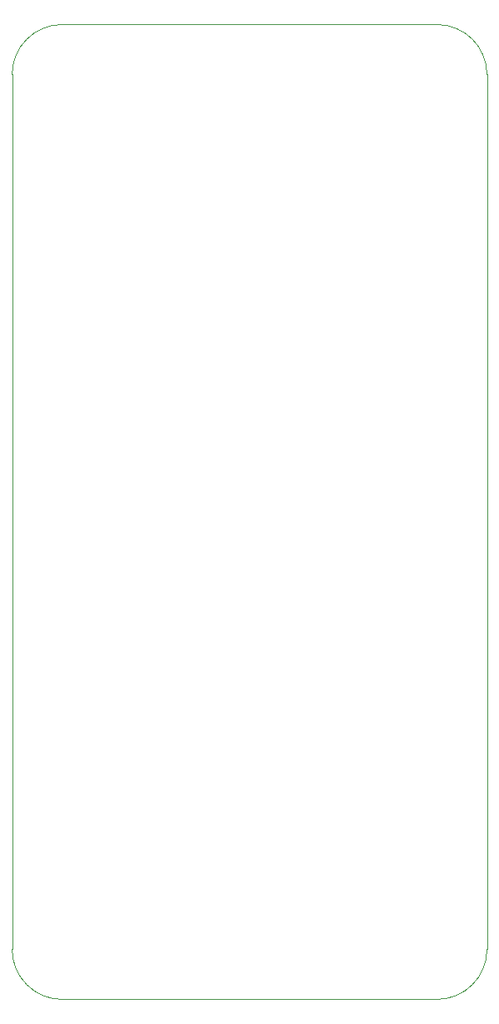
<source format=gbr>
G04 #@! TF.GenerationSoftware,KiCad,Pcbnew,5.1.6-c6e7f7d~87~ubuntu18.04.1*
G04 #@! TF.CreationDate,2020-11-08T18:53:39-05:00*
G04 #@! TF.ProjectId,modulation_source,6d6f6475-6c61-4746-996f-6e5f736f7572,0*
G04 #@! TF.SameCoordinates,Original*
G04 #@! TF.FileFunction,Profile,NP*
%FSLAX46Y46*%
G04 Gerber Fmt 4.6, Leading zero omitted, Abs format (unit mm)*
G04 Created by KiCad (PCBNEW 5.1.6-c6e7f7d~87~ubuntu18.04.1) date 2020-11-08 18:53:39*
%MOMM*%
%LPD*%
G01*
G04 APERTURE LIST*
G04 #@! TA.AperFunction,Profile*
%ADD10C,0.050000*%
G04 #@! TD*
G04 APERTURE END LIST*
D10*
X106680000Y-149860000D02*
G75*
G02*
X101600000Y-144780000I0J5080000D01*
G01*
X149860000Y-144780000D02*
G75*
G02*
X144780000Y-149860000I-5080000J0D01*
G01*
X144780000Y-50800000D02*
G75*
G02*
X149860000Y-55880000I0J-5080000D01*
G01*
X101600000Y-55880000D02*
G75*
G02*
X106680000Y-50800000I5080000J0D01*
G01*
X144780000Y-50800000D02*
X106680000Y-50800000D01*
X149860000Y-144780000D02*
X149860000Y-55880000D01*
X106680000Y-149860000D02*
X144780000Y-149860000D01*
X101600000Y-55880000D02*
X101600000Y-144780000D01*
M02*

</source>
